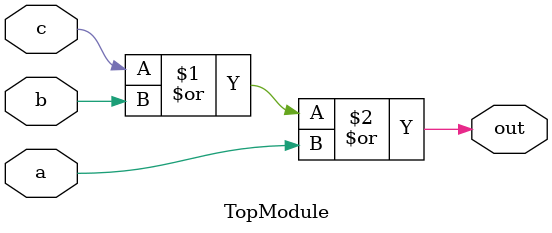
<source format=v>
module TopModule (
  input a,
  input b,
  input c,
  output out
);

  assign out = (c) | (b) | (a);

endmodule


</source>
